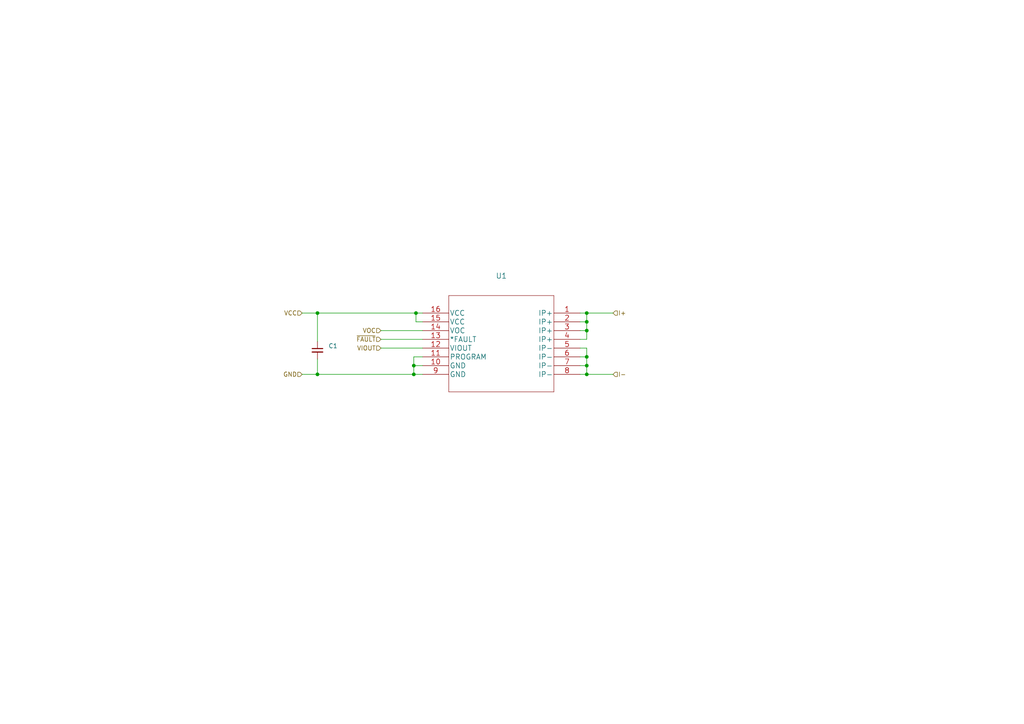
<source format=kicad_sch>
(kicad_sch (version 20211123) (generator eeschema)

  (uuid 1895faed-13c7-4877-930c-ef39a1d7419c)

  (paper "A4")

  (lib_symbols
    (symbol "Device:C_Small" (pin_numbers hide) (pin_names (offset 0.254) hide) (in_bom yes) (on_board yes)
      (property "Reference" "C" (id 0) (at 0.254 1.778 0)
        (effects (font (size 1.27 1.27)) (justify left))
      )
      (property "Value" "C_Small" (id 1) (at 0.254 -2.032 0)
        (effects (font (size 1.27 1.27)) (justify left))
      )
      (property "Footprint" "" (id 2) (at 0 0 0)
        (effects (font (size 1.27 1.27)) hide)
      )
      (property "Datasheet" "~" (id 3) (at 0 0 0)
        (effects (font (size 1.27 1.27)) hide)
      )
      (property "ki_keywords" "capacitor cap" (id 4) (at 0 0 0)
        (effects (font (size 1.27 1.27)) hide)
      )
      (property "ki_description" "Unpolarized capacitor, small symbol" (id 5) (at 0 0 0)
        (effects (font (size 1.27 1.27)) hide)
      )
      (property "ki_fp_filters" "C_*" (id 6) (at 0 0 0)
        (effects (font (size 1.27 1.27)) hide)
      )
      (symbol "C_Small_0_1"
        (polyline
          (pts
            (xy -1.524 -0.508)
            (xy 1.524 -0.508)
          )
          (stroke (width 0.3302) (type default) (color 0 0 0 0))
          (fill (type none))
        )
        (polyline
          (pts
            (xy -1.524 0.508)
            (xy 1.524 0.508)
          )
          (stroke (width 0.3048) (type default) (color 0 0 0 0))
          (fill (type none))
        )
      )
      (symbol "C_Small_1_1"
        (pin passive line (at 0 2.54 270) (length 2.032)
          (name "~" (effects (font (size 1.27 1.27))))
          (number "1" (effects (font (size 1.27 1.27))))
        )
        (pin passive line (at 0 -2.54 90) (length 2.032)
          (name "~" (effects (font (size 1.27 1.27))))
          (number "2" (effects (font (size 1.27 1.27))))
        )
      )
    )
    (symbol "b129:ACS733KLATR-65AB-T" (pin_names (offset 0.254)) (in_bom yes) (on_board yes)
      (property "Reference" "U" (id 0) (at 22.86 10.16 0)
        (effects (font (size 1.524 1.524)))
      )
      (property "Value" "ACS733KLATR-65AB-T" (id 1) (at 22.86 7.62 0)
        (effects (font (size 1.524 1.524)))
      )
      (property "Footprint" "16L-SOICW_ALM" (id 2) (at 22.86 6.096 0)
        (effects (font (size 1.524 1.524)) hide)
      )
      (property "Datasheet" "" (id 3) (at 0 0 0)
        (effects (font (size 1.524 1.524)))
      )
      (property "ki_fp_filters" "16L-SOICW_ALM 16L-SOICW_ALM-M 16L-SOICW_ALM-L" (id 4) (at 0 0 0)
        (effects (font (size 1.27 1.27)) hide)
      )
      (symbol "ACS733KLATR-65AB-T_1_1"
        (polyline
          (pts
            (xy 7.62 -22.86)
            (xy 38.1 -22.86)
          )
          (stroke (width 0.127) (type default) (color 0 0 0 0))
          (fill (type none))
        )
        (polyline
          (pts
            (xy 7.62 5.08)
            (xy 7.62 -22.86)
          )
          (stroke (width 0.127) (type default) (color 0 0 0 0))
          (fill (type none))
        )
        (polyline
          (pts
            (xy 38.1 -22.86)
            (xy 38.1 5.08)
          )
          (stroke (width 0.127) (type default) (color 0 0 0 0))
          (fill (type none))
        )
        (polyline
          (pts
            (xy 38.1 5.08)
            (xy 7.62 5.08)
          )
          (stroke (width 0.127) (type default) (color 0 0 0 0))
          (fill (type none))
        )
        (pin unspecified line (at 0 0 0) (length 7.62)
          (name "IP+" (effects (font (size 1.4986 1.4986))))
          (number "1" (effects (font (size 1.4986 1.4986))))
        )
        (pin power_in line (at 45.72 -15.24 180) (length 7.62)
          (name "GND" (effects (font (size 1.4986 1.4986))))
          (number "10" (effects (font (size 1.4986 1.4986))))
        )
        (pin input line (at 45.72 -12.7 180) (length 7.62)
          (name "PROGRAM" (effects (font (size 1.4986 1.4986))))
          (number "11" (effects (font (size 1.4986 1.4986))))
        )
        (pin output line (at 45.72 -10.16 180) (length 7.62)
          (name "VIOUT" (effects (font (size 1.4986 1.4986))))
          (number "12" (effects (font (size 1.4986 1.4986))))
        )
        (pin output line (at 45.72 -7.62 180) (length 7.62)
          (name "*FAULT" (effects (font (size 1.4986 1.4986))))
          (number "13" (effects (font (size 1.4986 1.4986))))
        )
        (pin unspecified line (at 45.72 -5.08 180) (length 7.62)
          (name "VOC" (effects (font (size 1.4986 1.4986))))
          (number "14" (effects (font (size 1.4986 1.4986))))
        )
        (pin power_in line (at 45.72 -2.54 180) (length 7.62)
          (name "VCC" (effects (font (size 1.4986 1.4986))))
          (number "15" (effects (font (size 1.4986 1.4986))))
        )
        (pin power_in line (at 45.72 0 180) (length 7.62)
          (name "VCC" (effects (font (size 1.4986 1.4986))))
          (number "16" (effects (font (size 1.4986 1.4986))))
        )
        (pin unspecified line (at 0 -2.54 0) (length 7.62)
          (name "IP+" (effects (font (size 1.4986 1.4986))))
          (number "2" (effects (font (size 1.4986 1.4986))))
        )
        (pin unspecified line (at 0 -5.08 0) (length 7.62)
          (name "IP+" (effects (font (size 1.4986 1.4986))))
          (number "3" (effects (font (size 1.4986 1.4986))))
        )
        (pin unspecified line (at 0 -7.62 0) (length 7.62)
          (name "IP+" (effects (font (size 1.4986 1.4986))))
          (number "4" (effects (font (size 1.4986 1.4986))))
        )
        (pin unspecified line (at 0 -10.16 0) (length 7.62)
          (name "IP-" (effects (font (size 1.4986 1.4986))))
          (number "5" (effects (font (size 1.4986 1.4986))))
        )
        (pin unspecified line (at 0 -12.7 0) (length 7.62)
          (name "IP-" (effects (font (size 1.4986 1.4986))))
          (number "6" (effects (font (size 1.4986 1.4986))))
        )
        (pin unspecified line (at 0 -15.24 0) (length 7.62)
          (name "IP-" (effects (font (size 1.4986 1.4986))))
          (number "7" (effects (font (size 1.4986 1.4986))))
        )
        (pin unspecified line (at 0 -17.78 0) (length 7.62)
          (name "IP-" (effects (font (size 1.4986 1.4986))))
          (number "8" (effects (font (size 1.4986 1.4986))))
        )
        (pin power_in line (at 45.72 -17.78 180) (length 7.62)
          (name "GND" (effects (font (size 1.4986 1.4986))))
          (number "9" (effects (font (size 1.4986 1.4986))))
        )
      )
    )
  )

  (junction (at 170.18 95.885) (diameter 0) (color 0 0 0 0)
    (uuid 1af941cc-82b4-4be2-8d7c-9955481978b6)
  )
  (junction (at 170.18 90.805) (diameter 0) (color 0 0 0 0)
    (uuid 227b1175-fbab-42db-a1b0-1197c113da4c)
  )
  (junction (at 170.18 103.505) (diameter 0) (color 0 0 0 0)
    (uuid 3a5f3b6b-a1bd-4ccb-9257-f2adb3d6ab00)
  )
  (junction (at 120.015 106.045) (diameter 0) (color 0 0 0 0)
    (uuid 44c83a85-016a-4340-86ae-c69e1a2d45b6)
  )
  (junction (at 170.18 108.585) (diameter 0) (color 0 0 0 0)
    (uuid 60f8dad1-694a-4c07-bbff-18922316e124)
  )
  (junction (at 120.65 90.805) (diameter 0) (color 0 0 0 0)
    (uuid 6767a62d-ddf2-4fe4-8791-47fd843a99a5)
  )
  (junction (at 92.075 108.585) (diameter 0) (color 0 0 0 0)
    (uuid 913c9e63-5a95-43a2-ac00-e937f57c96d8)
  )
  (junction (at 92.075 90.805) (diameter 0) (color 0 0 0 0)
    (uuid b2144dae-6e63-40ec-8b26-ee16a24e5034)
  )
  (junction (at 170.18 106.045) (diameter 0) (color 0 0 0 0)
    (uuid ccdb016f-2d92-427e-9c90-6bdaeb696dae)
  )
  (junction (at 120.015 108.585) (diameter 0) (color 0 0 0 0)
    (uuid cffa8850-94e5-4a2e-8e7b-d687a2abc407)
  )
  (junction (at 170.18 93.345) (diameter 0) (color 0 0 0 0)
    (uuid ed20fece-adac-4883-9dcf-7fe122604d32)
  )

  (wire (pts (xy 170.18 100.965) (xy 170.18 103.505))
    (stroke (width 0) (type default) (color 0 0 0 0))
    (uuid 06ed30a6-07ed-424a-8c90-d3168f80da68)
  )
  (wire (pts (xy 170.18 93.345) (xy 170.18 90.805))
    (stroke (width 0) (type default) (color 0 0 0 0))
    (uuid 0976b832-f1b2-4b41-8828-af8e75c558f8)
  )
  (wire (pts (xy 168.275 106.045) (xy 170.18 106.045))
    (stroke (width 0) (type default) (color 0 0 0 0))
    (uuid 0ce8382f-3c49-4689-9f25-626abcbea29a)
  )
  (wire (pts (xy 120.65 93.345) (xy 120.65 90.805))
    (stroke (width 0) (type default) (color 0 0 0 0))
    (uuid 0f799e54-ec84-40e4-a189-8684f8353e05)
  )
  (wire (pts (xy 122.555 106.045) (xy 120.015 106.045))
    (stroke (width 0) (type default) (color 0 0 0 0))
    (uuid 197f4a14-fb89-4b2c-a6d9-a880d9fd3167)
  )
  (wire (pts (xy 170.18 108.585) (xy 177.8 108.585))
    (stroke (width 0) (type default) (color 0 0 0 0))
    (uuid 1a25c696-1c3e-4aa2-9c2c-c88dded7d4d9)
  )
  (wire (pts (xy 87.63 108.585) (xy 92.075 108.585))
    (stroke (width 0) (type default) (color 0 0 0 0))
    (uuid 22da7a78-118f-41c7-a808-585cdd7dad2f)
  )
  (wire (pts (xy 92.075 99.06) (xy 92.075 90.805))
    (stroke (width 0) (type default) (color 0 0 0 0))
    (uuid 268ed2ad-da60-4c12-b6fc-f6e10c394a4a)
  )
  (wire (pts (xy 110.49 100.965) (xy 122.555 100.965))
    (stroke (width 0) (type default) (color 0 0 0 0))
    (uuid 2fbc4e43-ff26-4940-89a5-6b8b4ed44f40)
  )
  (wire (pts (xy 168.275 95.885) (xy 170.18 95.885))
    (stroke (width 0) (type default) (color 0 0 0 0))
    (uuid 323ee99e-a349-4e3a-b470-5513f5de02ff)
  )
  (wire (pts (xy 92.075 104.14) (xy 92.075 108.585))
    (stroke (width 0) (type default) (color 0 0 0 0))
    (uuid 41581692-00fb-41e0-ba20-971c24ba8f34)
  )
  (wire (pts (xy 170.18 98.425) (xy 170.18 95.885))
    (stroke (width 0) (type default) (color 0 0 0 0))
    (uuid 56d8f69b-3abf-462b-a2e5-8e78db486d07)
  )
  (wire (pts (xy 168.275 93.345) (xy 170.18 93.345))
    (stroke (width 0) (type default) (color 0 0 0 0))
    (uuid 5b118155-c4bc-4528-88f5-5c04cbd8bb5a)
  )
  (wire (pts (xy 170.18 106.045) (xy 170.18 108.585))
    (stroke (width 0) (type default) (color 0 0 0 0))
    (uuid 5cb75b63-93f3-41a3-b84c-104665930054)
  )
  (wire (pts (xy 92.075 90.805) (xy 120.65 90.805))
    (stroke (width 0) (type default) (color 0 0 0 0))
    (uuid 6ab01dc0-339f-4b7e-a182-4953540d908a)
  )
  (wire (pts (xy 168.275 98.425) (xy 170.18 98.425))
    (stroke (width 0) (type default) (color 0 0 0 0))
    (uuid 6c5df4ae-a7ad-40c3-93fd-82195da2edce)
  )
  (wire (pts (xy 168.275 103.505) (xy 170.18 103.505))
    (stroke (width 0) (type default) (color 0 0 0 0))
    (uuid 6c8188c5-3bf8-4669-b979-57f3b321a8a8)
  )
  (wire (pts (xy 120.015 106.045) (xy 120.015 108.585))
    (stroke (width 0) (type default) (color 0 0 0 0))
    (uuid 7f95a843-3ae3-42ea-a388-61297d19bd47)
  )
  (wire (pts (xy 168.275 100.965) (xy 170.18 100.965))
    (stroke (width 0) (type default) (color 0 0 0 0))
    (uuid 871d1920-5d2e-4a45-987c-207141f534e9)
  )
  (wire (pts (xy 170.18 95.885) (xy 170.18 93.345))
    (stroke (width 0) (type default) (color 0 0 0 0))
    (uuid 8ef402cc-4cf6-432a-a3d6-f63cd425b15f)
  )
  (wire (pts (xy 92.075 108.585) (xy 120.015 108.585))
    (stroke (width 0) (type default) (color 0 0 0 0))
    (uuid 9fdd0694-308d-4175-a1a6-822f7fc1eb4f)
  )
  (wire (pts (xy 120.015 103.505) (xy 120.015 106.045))
    (stroke (width 0) (type default) (color 0 0 0 0))
    (uuid ad221199-00c0-4bec-adbc-ca30ad2cebd5)
  )
  (wire (pts (xy 168.275 108.585) (xy 170.18 108.585))
    (stroke (width 0) (type default) (color 0 0 0 0))
    (uuid ad288b98-e929-4e91-919a-47057e75e526)
  )
  (wire (pts (xy 120.015 108.585) (xy 122.555 108.585))
    (stroke (width 0) (type default) (color 0 0 0 0))
    (uuid aff74e52-0ba6-4841-84f1-59739cbc52f2)
  )
  (wire (pts (xy 110.49 98.425) (xy 122.555 98.425))
    (stroke (width 0) (type default) (color 0 0 0 0))
    (uuid b540c2e7-7458-46b8-a1b0-236ac7becb08)
  )
  (wire (pts (xy 87.63 90.805) (xy 92.075 90.805))
    (stroke (width 0) (type default) (color 0 0 0 0))
    (uuid c578d08a-3ffa-4e9a-8c94-8d4f01ffca86)
  )
  (wire (pts (xy 168.275 90.805) (xy 170.18 90.805))
    (stroke (width 0) (type default) (color 0 0 0 0))
    (uuid c5932d67-1109-4c7d-9ec6-6a20d689b7c3)
  )
  (wire (pts (xy 170.18 103.505) (xy 170.18 106.045))
    (stroke (width 0) (type default) (color 0 0 0 0))
    (uuid c5db78e4-86e6-4605-adb5-f87240f68c35)
  )
  (wire (pts (xy 122.555 93.345) (xy 120.65 93.345))
    (stroke (width 0) (type default) (color 0 0 0 0))
    (uuid ceb255c1-d897-49ba-96fd-b3cf75612192)
  )
  (wire (pts (xy 120.65 90.805) (xy 122.555 90.805))
    (stroke (width 0) (type default) (color 0 0 0 0))
    (uuid d1e0799e-5209-4377-a39a-6cc9ce6778b3)
  )
  (wire (pts (xy 122.555 103.505) (xy 120.015 103.505))
    (stroke (width 0) (type default) (color 0 0 0 0))
    (uuid ea21f95f-1fd2-458b-a24d-ab5731122a30)
  )
  (wire (pts (xy 110.49 95.885) (xy 122.555 95.885))
    (stroke (width 0) (type default) (color 0 0 0 0))
    (uuid f8e3b415-b3a8-401c-959c-3e9589464a97)
  )
  (wire (pts (xy 170.18 90.805) (xy 177.8 90.805))
    (stroke (width 0) (type default) (color 0 0 0 0))
    (uuid f9a5b509-d055-4776-87e6-313e4b3aae86)
  )

  (hierarchical_label "~{FAULT}" (shape input) (at 110.49 98.425 180)
    (effects (font (size 1.27 1.27)) (justify right))
    (uuid 39c97e90-8f3c-45cd-88fd-67025a5a6e46)
  )
  (hierarchical_label "GND" (shape input) (at 87.63 108.585 180)
    (effects (font (size 1.27 1.27)) (justify right))
    (uuid 3a157695-9c71-4123-9d47-e9f157bde643)
  )
  (hierarchical_label "VIOUT" (shape input) (at 110.49 100.965 180)
    (effects (font (size 1.27 1.27)) (justify right))
    (uuid 4ad21160-7510-46b0-9896-470f10593a78)
  )
  (hierarchical_label "I-" (shape input) (at 177.8 108.585 0)
    (effects (font (size 1.27 1.27)) (justify left))
    (uuid 5a811b60-40d6-4cda-b3fe-0e24e8733c8b)
  )
  (hierarchical_label "I+" (shape input) (at 177.8 90.805 0)
    (effects (font (size 1.27 1.27)) (justify left))
    (uuid 9bcf7a77-b9fa-4384-9b64-c6c52318e916)
  )
  (hierarchical_label "VOC" (shape input) (at 110.49 95.885 180)
    (effects (font (size 1.27 1.27)) (justify right))
    (uuid c5bc9de6-566a-4ec1-82d8-f4d84559c8f8)
  )
  (hierarchical_label "VCC" (shape input) (at 87.63 90.805 180)
    (effects (font (size 1.27 1.27)) (justify right))
    (uuid f6e2517d-e6c2-4cd0-baf8-8f51cc54dae5)
  )

  (symbol (lib_id "Device:C_Small") (at 92.075 101.6 0) (unit 1)
    (in_bom yes) (on_board yes) (fields_autoplaced)
    (uuid 5bdc639b-84fc-433b-aa4e-81366df603c4)
    (property "Reference" "C1" (id 0) (at 95.25 100.3362 0)
      (effects (font (size 1.27 1.27)) (justify left))
    )
    (property "Value" "" (id 1) (at 95.25 102.8762 0)
      (effects (font (size 1.27 1.27)) (justify left))
    )
    (property "Footprint" "" (id 2) (at 92.075 101.6 0)
      (effects (font (size 1.27 1.27)) hide)
    )
    (property "Datasheet" "~" (id 3) (at 92.075 101.6 0)
      (effects (font (size 1.27 1.27)) hide)
    )
    (pin "1" (uuid 457d3287-7c87-4a31-87e9-c0e8f7108711))
    (pin "2" (uuid c6113fa7-0e5c-49a4-a39e-708e07dca3ec))
  )

  (symbol (lib_id "b129:ACS733KLATR-65AB-T") (at 168.275 90.805 0) (mirror y) (unit 1)
    (in_bom yes) (on_board yes) (fields_autoplaced)
    (uuid 6c5d844f-82d3-4c89-973c-02b242c10605)
    (property "Reference" "U1" (id 0) (at 145.415 80.01 0)
      (effects (font (size 1.524 1.524)))
    )
    (property "Value" "" (id 1) (at 145.415 83.82 0)
      (effects (font (size 1.524 1.524)))
    )
    (property "Footprint" "" (id 2) (at 145.415 84.709 0)
      (effects (font (size 1.524 1.524)) hide)
    )
    (property "Datasheet" "" (id 3) (at 168.275 90.805 0)
      (effects (font (size 1.524 1.524)))
    )
    (pin "1" (uuid 386e1943-2f87-46b8-b927-e37e44489e81))
    (pin "10" (uuid 81cb0fb7-18ae-4316-ad54-74a276dc6e98))
    (pin "11" (uuid 8b2e5998-c7a6-4a1b-b9ad-6847a4056013))
    (pin "12" (uuid 95ecb880-81fc-40a4-a0a0-ee8138eb2431))
    (pin "13" (uuid 9b0d93f2-8ea8-4b2a-a2bc-0e7d31d394cd))
    (pin "14" (uuid 42a17f68-5ede-495f-8f6e-edbb0c056c03))
    (pin "15" (uuid 43ab3a3b-b3f1-436e-8f67-c5efd467fe4f))
    (pin "16" (uuid 8376660a-2381-4449-980b-7ae6578b0d98))
    (pin "2" (uuid afff6d1a-59fb-4365-b2cf-a9a2834f406c))
    (pin "3" (uuid 1e57f6ee-cd45-4124-a00e-b23303f3fbc1))
    (pin "4" (uuid ab90dd35-3e54-43a5-9531-7fb8302a779b))
    (pin "5" (uuid 670be412-ea9f-455c-ad4f-d4bfdc605ac2))
    (pin "6" (uuid d95ca9aa-6524-4ff1-938c-8ca6a352c241))
    (pin "7" (uuid 0424d77d-9b8d-45e3-8e99-6f085307d0b9))
    (pin "8" (uuid 624cf14b-1c43-400c-a69e-cf1d56e06c38))
    (pin "9" (uuid aaa0856c-23d4-47c2-94b2-3fdd0f17b460))
  )
)

</source>
